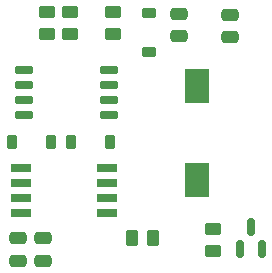
<source format=gbr>
%TF.GenerationSoftware,KiCad,Pcbnew,7.0.10*%
%TF.CreationDate,2026-01-16T16:27:33+08:00*%
%TF.ProjectId,NeepNeep-DAC-V1,4e656570-4e65-4657-902d-4441432d5631,rev?*%
%TF.SameCoordinates,Original*%
%TF.FileFunction,Paste,Top*%
%TF.FilePolarity,Positive*%
%FSLAX46Y46*%
G04 Gerber Fmt 4.6, Leading zero omitted, Abs format (unit mm)*
G04 Created by KiCad (PCBNEW 7.0.10) date 2026-01-16 16:27:33*
%MOMM*%
%LPD*%
G01*
G04 APERTURE LIST*
G04 Aperture macros list*
%AMRoundRect*
0 Rectangle with rounded corners*
0 $1 Rounding radius*
0 $2 $3 $4 $5 $6 $7 $8 $9 X,Y pos of 4 corners*
0 Add a 4 corners polygon primitive as box body*
4,1,4,$2,$3,$4,$5,$6,$7,$8,$9,$2,$3,0*
0 Add four circle primitives for the rounded corners*
1,1,$1+$1,$2,$3*
1,1,$1+$1,$4,$5*
1,1,$1+$1,$6,$7*
1,1,$1+$1,$8,$9*
0 Add four rect primitives between the rounded corners*
20,1,$1+$1,$2,$3,$4,$5,0*
20,1,$1+$1,$4,$5,$6,$7,0*
20,1,$1+$1,$6,$7,$8,$9,0*
20,1,$1+$1,$8,$9,$2,$3,0*%
G04 Aperture macros list end*
%ADD10R,2.000000X3.000000*%
%ADD11RoundRect,0.250000X-0.475000X0.250000X-0.475000X-0.250000X0.475000X-0.250000X0.475000X0.250000X0*%
%ADD12RoundRect,0.250000X-0.450000X0.262500X-0.450000X-0.262500X0.450000X-0.262500X0.450000X0.262500X0*%
%ADD13RoundRect,0.225000X-0.225000X-0.375000X0.225000X-0.375000X0.225000X0.375000X-0.225000X0.375000X0*%
%ADD14R,1.700000X0.650000*%
%ADD15RoundRect,0.150000X-0.650000X-0.150000X0.650000X-0.150000X0.650000X0.150000X-0.650000X0.150000X0*%
%ADD16RoundRect,0.225000X0.375000X-0.225000X0.375000X0.225000X-0.375000X0.225000X-0.375000X-0.225000X0*%
%ADD17RoundRect,0.250000X-0.262500X-0.450000X0.262500X-0.450000X0.262500X0.450000X-0.262500X0.450000X0*%
%ADD18RoundRect,0.150000X0.150000X-0.587500X0.150000X0.587500X-0.150000X0.587500X-0.150000X-0.587500X0*%
G04 APERTURE END LIST*
D10*
%TO.C,BUZZER1*%
X5200000Y4500000D03*
X5200000Y-3500000D03*
%TD*%
D11*
%TO.C,C4*%
X-7900000Y-10300000D03*
X-7900000Y-8400000D03*
%TD*%
%TO.C,C3*%
X7950000Y8600000D03*
X7950000Y10500000D03*
%TD*%
D12*
%TO.C,R3*%
X-5550000Y10712500D03*
X-5550000Y8887500D03*
%TD*%
%TO.C,R2*%
X-1950000Y10712500D03*
X-1950000Y8887500D03*
%TD*%
%TO.C,R1*%
X-7500000Y8887500D03*
X-7500000Y10712500D03*
%TD*%
D13*
%TO.C,D3*%
X-5450000Y-271250D03*
X-2150000Y-271250D03*
%TD*%
%TO.C,D2*%
X-10500000Y-271250D03*
X-7200000Y-271250D03*
%TD*%
D14*
%TO.C,U3*%
X-9700000Y-6305000D03*
X-9700000Y-5035000D03*
X-9700000Y-3765000D03*
X-9700000Y-2495000D03*
X-2400000Y-2495000D03*
X-2400000Y-3765000D03*
X-2400000Y-5035000D03*
X-2400000Y-6305000D03*
%TD*%
D15*
%TO.C,U2*%
X-9450000Y5833750D03*
X-9450000Y4563750D03*
X-9450000Y3293750D03*
X-9450000Y2023750D03*
X-2250000Y2023750D03*
X-2250000Y3293750D03*
X-2250000Y4563750D03*
X-2250000Y5833750D03*
%TD*%
D16*
%TO.C,D1*%
X1150000Y7350000D03*
X1150000Y10650000D03*
%TD*%
D11*
%TO.C,C1*%
X3650000Y8700000D03*
X3650000Y10600000D03*
%TD*%
D17*
%TO.C,R6*%
X-362500Y-8350000D03*
X1462500Y-8350000D03*
%TD*%
D18*
%TO.C,Q1*%
X9750000Y-7475000D03*
X10700000Y-9350000D03*
X8800000Y-9350000D03*
%TD*%
D11*
%TO.C,C2*%
X-10000000Y-10300000D03*
X-10000000Y-8400000D03*
%TD*%
D12*
%TO.C,R7*%
X6550000Y-9462500D03*
X6550000Y-7637500D03*
%TD*%
M02*

</source>
